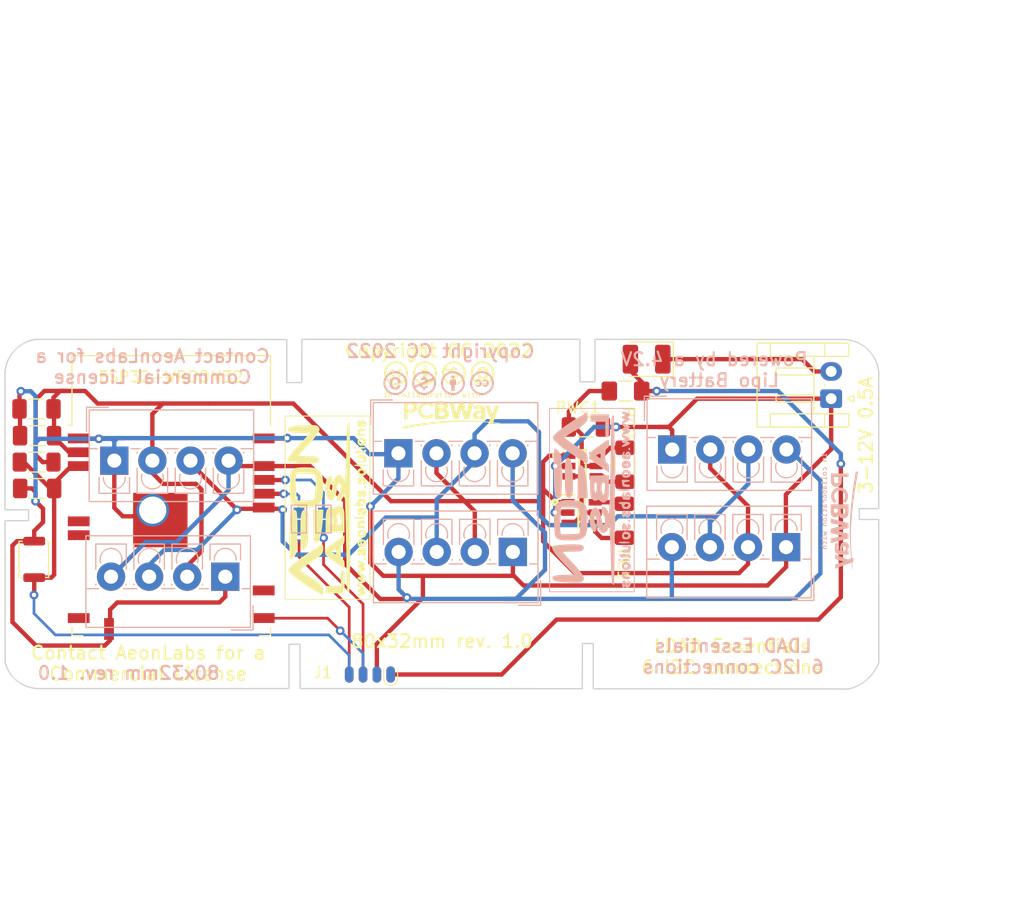
<source format=kicad_pcb>
(kicad_pcb (version 20211014) (generator pcbnew)
  (layers (0 "F.Cu" signal) (31 "B.Cu" signal) (34 "B.Paste" user) (35 "F.Paste" user) (36 "B.SilkS" user "B.Silkscreen") (37 "F.SilkS" user "F.Silkscreen") (38 "B.Mask" user) (39 "F.Mask" user) (44 "Edge.Cuts" user))
  (net 0 "")
  (net 1 "/3V3")
  (net 2 "/GND")
  (net 3 "Net-(D4-Pad1)")
  (net 9 "/RST_EN_RTS")
  (net 26 "/IO0_BOOT_DTR")
  (net 33 "/IO03RX")
  (net 34 "/IO01TX")
  (net 35 "/IO21_IMD")
  (net 37 "/5V0")
  (net 38 "/5V0F")
  (net 39 "Net-(HX4002-Pad4)")
  (net 40 "Net-(HX4002-Pad6)")
  (net 41 "Net-(HX4002B1-Pad4)")
  (net 42 "Net-(HX4002B1-Pad6)")
  (net 43 "/RX_IN")
  (net 44 "/TX_IN")
  (net 47 "/IO22_IMC")
  (footprint "AeonLabs:HX4002 SOT95 P280X125-6N" (layer "F.Cu") (at 161.67 90.89)
    (fp_text reference "HX4002B1" hide)
    (fp_text value "HX4002" hide)
    (pad "1" smd rect (at -1.21 -0.97 90) (size 0.6 1.2) (layers "F.Cu" "F.Paste" "F.Mask") (net 1 "/3V3"))
    (pad "2" smd rect (at -1.21 -0.02 90) (size 0.6 1.2) (layers "F.Cu" "F.Paste" "F.Mask") (net 2 "/GND"))
    (pad "3" smd rect (at -1.21 0.93 90) (size 0.6 1.2) (layers "F.Cu" "F.Paste" "F.Mask") (net 37 "/5V0"))
    (pad "4" smd rect (at 1.29 0.93 90) (size 0.6 1.2) (layers "F.Cu" "F.Paste" "F.Mask") (net 41 "Net-(HX4002B1-Pad4)"))
    (pad "5" smd rect (at 1.29 -0.02 90) (size 0.6 1.2) (layers "F.Cu" "F.Paste" "F.Mask") (net 37 "/5V0"))
    (pad "6" smd rect (at 1.29 -0.97 90) (size 0.6 1.2) (layers "F.Cu" "F.Paste" "F.Mask") (net 42 "Net-(HX4002B1-Pad6)"))
  )
  (footprint "AeonLabs:pcbWay Logo Collab" (layer "F.Cu") (at 148.84 85.76)
    (fp_text reference "G***" hide)
    (fp_text value "LOGO" hide)
  )
  (footprint "Capacitor_SMD:C_1206_3216Metric_Pad1.33x1.80mm_HandSolder" (layer "F.Cu") (at 111.59 92.93)
    (fp_text reference "ESP_EN_C1" hide)
    (fp_text value "0.1uF")
    (pad "1" smd roundrect locked (at -1.5625 0) (size 1.325 1.8) (layers "F.Cu" "F.Paste" "F.Mask") (roundrect_rratio 0.188679) (net 2 "/GND"))
    (pad "2" smd roundrect locked (at 1.5625 0) (size 1.325 1.8) (layers "F.Cu" "F.Paste" "F.Mask") (roundrect_rratio 0.188679) (net 9 "/RST_EN_RTS"))
  )
  (footprint "Capacitor_SMD:C_1206_3216Metric_Pad1.33x1.80mm_HandSolder" (layer "F.Cu") (at 165.56 95.9 -90)
    (fp_text reference "PC1" (at 4.03 0.11 -90 unlocked) (layer "F.SilkS"))
    (fp_text value "0.1pF")
    (pad "1" smd roundrect locked (at -1.5625 0 270) (size 1.325 1.8) (layers "F.Cu" "F.Paste" "F.Mask") (roundrect_rratio 0.188679) (net 40 "Net-(HX4002-Pad6)"))
    (pad "2" smd roundrect locked (at 1.5625 0 270) (size 1.325 1.8) (layers "F.Cu" "F.Paste" "F.Mask") (roundrect_rratio 0.188679) (net 39 "Net-(HX4002-Pad4)"))
  )
  (footprint "Fuse:Fuse_1206_3216Metric_Pad1.42x1.75mm_HandSolder" (layer "F.Cu") (at 165.66 83.98)
    (fp_text reference "Fuse1" hide)
    (fp_text value "Polyfuse")
    (pad "1" smd roundrect locked (at -1.4875 0) (size 1.425 1.75) (layers "F.Cu" "F.Paste" "F.Mask") (roundrect_rratio 0.175439) (net 37 "/5V0"))
    (pad "2" smd roundrect locked (at 1.4875 0) (size 1.425 1.75) (layers "F.Cu" "F.Paste" "F.Mask") (roundrect_rratio 0.175439) (net 38 "/5V0F"))
  )
  (footprint "RF_Module:ESP32-WROOM-32" (layer "F.Cu") (at 123.91 96.59)
    (fp_text reference "ESP32-WROOM32" (at -0.04 -13.91) (layer "F.SilkS"))
    (fp_text value "ESP32-WROOM-32")
    (pad "1" smd rect locked (at -8.5 -8.255) (size 2 0.9) (layers "F.Cu" "F.Paste" "F.Mask") (net 2 "/GND"))
    (pad "2" smd rect locked (at -8.5 -6.985) (size 2 0.9) (layers "F.Cu" "F.Paste" "F.Mask") (net 1 "/3V3"))
    (pad "3" smd rect locked (at -8.5 -5.715) (size 2 0.9) (layers "F.Cu" "F.Paste" "F.Mask") (net 9 "/RST_EN_RTS"))
    (pad "4" smd rect locked (at -8.5 -4.445) (size 0 0) (layers "F.Cu" "F.Paste" "F.Mask"))
    (pad "5" smd rect locked (at -8.5 -3.175) (size 0 0) (layers "F.Cu" "F.Paste" "F.Mask"))
    (pad "6" smd rect locked (at -8.5 -1.905) (size 0 0) (layers "F.Cu" "F.Paste" "F.Mask"))
    (pad "7" smd rect locked (at -8.5 -0.635) (size 2 0.9) (layers "F.Cu" "F.Paste" "F.Mask"))
    (pad "8" smd rect locked (at -8.5 0.635) (size 2 0.9) (layers "F.Cu" "F.Paste" "F.Mask"))
    (pad "9" smd rect locked (at -8.5 1.905) (size 0 0) (layers "F.Cu" "F.Paste" "F.Mask"))
    (pad "10" smd rect locked (at -8.5 3.175) (size 0 0) (layers "F.Cu" "F.Paste" "F.Mask"))
    (pad "11" smd rect locked (at -8.5 4.445) (size 0 0) (layers "F.Cu" "F.Paste" "F.Mask"))
    (pad "12" smd rect locked (at -8.5 5.715) (size 0 0) (layers "F.Cu" "F.Paste" "F.Mask"))
    (pad "13" smd rect locked (at -8.5 6.985) (size 0 0) (layers "F.Cu" "F.Paste" "F.Mask"))
    (pad "14" smd rect locked (at -8.5 8.255) (size 2 0.9) (layers "F.Cu" "F.Paste" "F.Mask"))
    (pad "15" smd rect locked (at -5.715 9.255 90) (size 2 0.9) (layers "F.Cu" "F.Paste" "F.Mask") (net 2 "/GND"))
    (pad "16" smd rect locked (at -4.445 9.255 90) (size 0 0) (layers "F.Cu" "F.Paste" "F.Mask"))
    (pad "17" smd rect locked (at -3.175 9.255 90) (size 0 0) (layers "F.Cu" "F.Paste" "F.Mask"))
    (pad "18" smd rect locked (at -1.905 9.255 90) (size 0 0) (layers "F.Cu" "F.Paste" "F.Mask"))
    (pad "19" smd rect locked (at -0.635 9.255 90) (size 0 0) (layers "F.Cu" "F.Paste" "F.Mask"))
    (pad "20" smd rect locked (at 0.635 9.255 90) (size 0 0) (layers "F.Cu" "F.Paste" "F.Mask"))
    (pad "21" smd rect locked (at 1.905 9.255 90) (size 0 0) (layers "F.Cu" "F.Paste" "F.Mask"))
    (pad "22" smd rect locked (at 3.175 9.255 90) (size 0 0) (layers "F.Cu" "F.Paste" "F.Mask"))
    (pad "23" smd rect locked (at 4.445 9.255 90) (size 0 0) (layers "F.Cu" "F.Paste" "F.Mask"))
    (pad "24" smd rect locked (at 5.715 9.255 90) (size 0 0) (layers "F.Cu" "F.Paste" "F.Mask"))
    (pad "25" smd rect locked (at 8.5 8.255) (size 2 0.9) (layers "F.Cu" "F.Paste" "F.Mask") (net 26 "/IO0_BOOT_DTR"))
    (pad "26" smd rect locked (at 8.5 6.985) (size 0 0) (layers "F.Cu" "F.Paste" "F.Mask"))
    (pad "27" smd rect locked (at 8.5 5.715) (size 2 0.9) (layers "F.Cu" "F.Paste" "F.Mask"))
    (pad "28" smd rect locked (at 8.5 4.445) (size 0 0) (layers "F.Cu" "F.Paste" "F.Mask"))
    (pad "29" smd rect locked (at 8.5 3.175) (size 0 0) (layers "F.Cu" "F.Paste" "F.Mask"))
    (pad "30" smd rect locked (at 8.5 1.905) (size 0 0) (layers "F.Cu" "F.Paste" "F.Mask"))
    (pad "31" smd rect locked (at 8.5 0.635) (size 0 0) (layers "F.Cu" "F.Paste" "F.Mask"))
    (pad "32" smd rect locked (at 8.5 -0.635) (size 0 0) (layers "F.Cu" "F.Paste" "F.Mask"))
    (pad "33" smd rect locked (at 8.5 -1.905) (size 2 0.9) (layers "F.Cu" "F.Paste" "F.Mask") (net 35 "/IO21_IMD"))
    (pad "34" smd rect locked (at 8.5 -3.175) (size 2 0.9) (layers "F.Cu" "F.Paste" "F.Mask") (net 33 "/IO03RX"))
    (pad "35" smd rect locked (at 8.5 -4.445) (size 2 0.9) (layers "F.Cu" "F.Paste" "F.Mask") (net 34 "/IO01TX"))
    (pad "36" smd rect locked (at 8.5 -5.715) (size 2 0.9) (layers "F.Cu" "F.Paste" "F.Mask") (net 47 "/IO22_IMC"))
    (pad "37" smd rect locked (at 8.5 -6.985) (size 0 0) (layers "F.Cu" "F.Paste" "F.Mask"))
    (pad "38" smd rect locked (at 8.5 -8.255) (size 2 0.9) (layers "F.Cu" "F.Paste" "F.Mask") (net 2 "/GND"))
    (pad "39" smd rect locked (at -1 -0.755) (size 5 5) (layers "F.Cu" "F.Paste" "F.Mask") (net 2 "/GND"))
  )
  (footprint "Diode_SMD:D_1210_3225Metric_Pad1.42x2.65mm_HandSolder" (layer "F.Cu") (at 167.5975 81.05 180)
    (fp_text reference "D4" hide)
    (fp_text value "SCHOTSKY")
    (pad "1" smd roundrect locked (at -1.4875 0 180) (size 1.425 2.65) (layers "F.Cu" "F.Paste" "F.Mask") (roundrect_rratio 0.175439) (net 3 "Net-(D4-Pad1)"))
    (pad "2" smd roundrect locked (at 1.4875 0 180) (size 1.425 2.65) (layers "F.Cu" "F.Paste" "F.Mask") (roundrect_rratio 0.175439) (net 38 "/5V0F"))
  )
  (footprint "AeonLabs:SW_Push_SPST_NO_Alps_SKRK AliExpress" (layer "F.Cu") (at 112.14 97.895 -90)
    (fp_text reference "RST1" hide)
    (fp_text value "RST")
    (pad "1" smd roundrect (at -0.12 0.82 270) (size 0.8 2) (layers "F.Cu" "F.Paste" "F.Mask") (net 2 "/GND"))
    (pad "2" smd roundrect (at 3.23 0.82 270) (size 0.8 2) (layers "F.Cu" "F.Paste" "F.Mask") (net 9 "/RST_EN_RTS"))
  )
  (footprint "AeonLabs:aeon creative commons logos" (layer "F.Cu") (at 148.54 82.28)
    (fp_text reference "G***" hide)
    (fp_text value "LOGO" hide)
  )
  (footprint "Capacitor_SMD:C_1206_3216Metric_Pad1.33x1.80mm_HandSolder" (layer "F.Cu") (at 165.62 90.75 -90)
    (fp_text reference "PC2" (at -3.87 -0.34 -90 unlocked) (layer "F.SilkS"))
    (fp_text value "0.1pF")
    (pad "1" smd roundrect locked (at -1.5625 0 270) (size 1.325 1.8) (layers "F.Cu" "F.Paste" "F.Mask") (roundrect_rratio 0.188679) (net 42 "Net-(HX4002B1-Pad6)"))
    (pad "2" smd roundrect locked (at 1.5625 0 270) (size 1.325 1.8) (layers "F.Cu" "F.Paste" "F.Mask") (roundrect_rratio 0.188679) (net 41 "Net-(HX4002B1-Pad4)"))
  )
  (footprint "AeonLabs:Enclosure - alfakdoos leeq 89x43mm" (layer "F.Cu") (at 108.56 111.33)
    (fp_text reference "G***" hide)
    (fp_text value "LOGO" hide)
    (fp_line (start 78.59 -15.55) (end 78.59 -16.5475) (layer "Edge.Cuts") (width 0.12))
    (fp_line (start 25.97 -32.09) (end 2.965 -32.1) (layer "Edge.Cuts") (width 0.12))
    (fp_line (start 0.07 -16.44) (end 0.075 -28.91) (layer "Edge.Cuts") (width 0.12))
    (fp_line (start 54.3 -32.1003) (end 54.3 -28.2003) (layer "Edge.Cuts") (width 0.12))
    (fp_line (start 52.91 -28.2003) (end 52.91 -32.1003) (layer "Edge.Cuts") (width 0.12))
    (fp_line (start 54.14 -4.15) (end 53.14 -4.15) (layer "Edge.Cuts") (width 0.12))
    (fp_line (start 27.18 -4.085) (end 26.17 -4.085) (layer "Edge.Cuts") (width 0.12))
    (fp_line (start 53.14 -4.15) (end 53.13 0) (layer "Edge.Cuts") (width 0.12))
    (fp_line (start 26.17 -4.085) (end 26.17 -0.01) (layer "Edge.Cuts") (width 0.12))
    (fp_line (start 0.09 -2.39) (end 0.08 -15.44) (layer "Edge.Cuts") (width 0.12))
    (fp_line (start 0.07 -16.44) (end 2.24 -16.44) (layer "Edge.Cuts") (width 0.12))
    (fp_line (start 26.17 -0.01) (end 3.15 -0.01) (layer "Edge.Cuts") (width 0.12))
    (fp_line (start 2.24 -16.44) (end 2.24 -15.44) (layer "Edge.Cuts") (width 0.12))
    (fp_line (start 27.2 -0.01) (end 53.13 0) (layer "Edge.Cuts") (width 0.12))
    (fp_line (start 80.37 -16.545) (end 80.37 -29.1203) (layer "Edge.Cuts") (width 0.12))
    (fp_line (start 27.2 -0.01) (end 27.18 -4.085) (layer "Edge.Cuts") (width 0.12))
    (fp_line (start 27.35 -28.13) (end 25.97 -28.13) (layer "Edge.Cuts") (width 0.12))
    (fp_line (start 54.14 0.01) (end 54.14 -4.15) (layer "Edge.Cuts") (width 0.12))
    (fp_line (start 27.36 -32.1) (end 27.35 -28.13) (layer "Edge.Cuts") (width 0.12))
    (fp_line (start 80.37 -15.545) (end 80.38 -2.4) (layer "Edge.Cuts") (width 0.12))
    (fp_line (start 2.24 -15.44) (end 0.08 -15.44) (layer "Edge.Cuts") (width 0.12))
    (fp_line (start 78.59 -16.5475) (end 80.37 -16.545) (layer "Edge.Cuts") (width 0.12))
    (fp_line (start 52.91 -32.1003) (end 27.36 -32.1) (layer "Edge.Cuts") (width 0.12))
    (fp_line (start 25.97 -28.13) (end 25.97 -32.09) (layer "Edge.Cuts") (width 0.12))
    (fp_line (start 54.3 -28.2003) (end 52.91 -28.2003) (layer "Edge.Cuts") (width 0.12))
    (fp_line (start 54.14 0.01) (end 77.58 0.03) (layer "Edge.Cuts") (width 0.12))
    (fp_line (start 80.37 -15.545) (end 78.59 -15.55) (layer "Edge.Cuts") (width 0.12))
    (fp_line (start 54.3 -32.1003) (end 77.13 -32.0903) (layer "Edge.Cuts") (width 0.12))
    (fp_arc (start 80.38 -2.4) (mid 79.286407 -0.831939) (end 77.58 0.03) (layer "Edge.Cuts") (width 0.12))
    (fp_arc (start 0.075 -28.91) (mid 0.920114 -31.04847) (end 2.965 -32.1) (layer "Edge.Cuts") (width 0.12))
    (fp_arc (start 77.13 -32.0903) (mid 79.313475 -31.22) (end 80.37 -29.1203) (layer "Edge.Cuts") (width 0.12))
    (fp_arc (start 3.15 -0.01) (mid 1.222731 -0.689225) (end 0.09 -2.39) (layer "Edge.Cuts") (width 0.12))
  )
  (footprint "AeonLabs:HX4002 SOT95 P280X125-6N" (layer "F.Cu") (at 161.5825 95.17)
    (fp_text reference "HX4002" hide)
    (fp_text value "HX4002" hide)
    (pad "1" smd rect (at -1.21 -0.97 90) (size 0.6 1.2) (layers "F.Cu" "F.Paste" "F.Mask") (net 1 "/3V3"))
    (pad "2" smd rect (at -1.21 -0.02 90) (size 0.6 1.2) (layers "F.Cu" "F.Paste" "F.Mask") (net 2 "/GND"))
    (pad "3" smd rect (at -1.21 0.93 90) (size 0.6 1.2) (layers "F.Cu" "F.Paste" "F.Mask") (net 37 "/5V0"))
    (pad "4" smd rect (at 1.29 0.93 90) (size 0.6 1.2) (layers "F.Cu" "F.Paste" "F.Mask") (net 39 "Net-(HX4002-Pad4)"))
    (pad "5" smd rect (at 1.29 -0.02 90) (size 0.6 1.2) (layers "F.Cu" "F.Paste" "F.Mask") (net 37 "/5V0"))
    (pad "6" smd rect (at 1.29 -0.97 90) (size 0.6 1.2) (layers "F.Cu" "F.Paste" "F.Mask") (net 40 "Net-(HX4002-Pad6)"))
  )
  (footprint "Connector_JST:JST_EH_S2B-EH_1x02_P2.50mm_Horizontal" (layer "F.Cu") (at 184.56 84.68 90)
    (fp_text reference "PWR4V2" hide)
    (fp_text value "PWR4V2")
    (pad "1" thru_hole roundrect locked (at 0 0 90) (size 1.7 2) (drill 1) (layers *.Cu *.Mask) (roundrect_rratio 0.147059) (net 2 "/GND"))
    (pad "2" thru_hole oval locked (at 2.5 0 90) (size 1.7 2) (drill 1) (layers *.Cu *.Mask) (net 3 "Net-(D4-Pad1)"))
  )
  (footprint "Capacitor_SMD:C_1206_3216Metric_Pad1.33x1.80mm_HandSolder" (layer "F.Cu") (at 111.58 88.08 180)
    (fp_text reference "ESPC1" hide)
    (fp_text value "0.1uF")
    (pad "1" smd roundrect locked (at -1.5625 0 180) (size 1.325 1.8) (layers "F.Cu" "F.Paste" "F.Mask") (roundrect_rratio 0.188679) (net 1 "/3V3"))
    (pad "2" smd roundrect locked (at 1.5625 0 180) (size 1.325 1.8) (layers "F.Cu" "F.Paste" "F.Mask") (roundrect_rratio 0.188679) (net 2 "/GND"))
  )
  (footprint "AeonLabs:aeon logo www" (layer "F.Cu") (at 138.23 94.7 90)
    (fp_text reference "G***" hide)
    (fp_text value "LOGO" hide)
  )
  (footprint "Capacitor_SMD:C_1206_3216Metric_Pad1.33x1.80mm_HandSolder" (layer "F.Cu") (at 162.02 87.28)
    (fp_text reference "PWC1" (at -0.72 -1.78) (layer "F.SilkS"))
    (fp_text value "0.1pF")
    (pad "1" smd roundrect locked (at -1.5625 0) (size 1.325 1.8) (layers "F.Cu" "F.Paste" "F.Mask") (roundrect_rratio 0.188679) (net 37 "/5V0"))
    (pad "2" smd roundrect locked (at 1.5625 0) (size 1.325 1.8) (layers "F.Cu" "F.Paste" "F.Mask") (roundrect_rratio 0.188679) (net 2 "/GND"))
  )
  (footprint "Connector:SOIC_clipProgSmall" (layer "F.Cu") (at 142.175 110.78)
    (fp_text reference "J1" (at -4.32 -0.9295) (layer "F.SilkS"))
    (fp_text value "Conn_01x08_Male")
    (pad "" np_thru_hole circle (at -2.54 -1.905) (size 0.7 0.7) (drill 0.7) (layers *.Cu *.Mask))
    (pad "" np_thru_hole circle (at 0 -1.905) (size 0.7 0.7) (drill 0.7) (layers *.Cu *.Mask))
    (pad "" np_thru_hole circle (at -1.27 -1.905) (size 0.7 0.7) (drill 0.7) (layers *.Cu *.Mask))
    (pad "" np_thru_hole circle (at 1.27 -1.905) (size 0.7 0.7) (drill 0.7) (layers *.Cu *.Mask))
    (pad "" np_thru_hole circle (at 2.54 -1.905) (size 0.7 0.7) (drill 0.7) (layers *.Cu *.Mask))
    (pad "1" smd oval (at 1.905 -0.75) (size 0.8 1.5) (layers "F.Cu" "F.Mask") (net 38 "/5V0F"))
    (pad "2" smd oval (at 0.635 -0.75) (size 0.8 1.5) (layers "F.Cu" "F.Mask") (net 2 "/GND"))
    (pad "3" smd oval (at -0.635 -0.75) (size 0.8 1.5) (layers "F.Cu" "F.Mask") (net 43 "/RX_IN"))
    (pad "4" smd oval (at -1.905 -0.75) (size 0.8 1.5) (layers "F.Cu" "F.Mask") (net 44 "/TX_IN"))
    (pad "5" smd oval (at -1.905 -0.75) (size 0.8 1.5) (layers "B.Cu" "B.Mask") (net 9 "/RST_EN_RTS"))
    (pad "6" smd oval (at -0.635 -0.75) (size 0.8 1.5) (layers "B.Cu" "B.Mask") (net 26 "/IO0_BOOT_DTR"))
    (pad "7" smd oval (at 0.635 -0.75) (size 0.8 1.5) (layers "B.Cu" "B.Mask"))
    (pad "8" smd oval (at 1.905 -0.75) (size 0.8 1.5) (layers "B.Cu" "B.Mask"))
  )
  (footprint "Resistor_SMD:R_1206_3216Metric_Pad1.30x1.75mm_HandSolder" (layer "F.Cu") (at 111.54 90.51 180)
    (fp_text reference "ENR1" hide)
    (fp_text value "10k")
    (pad "1" smd roundrect locked (at -1.55 0 180) (size 1.3 1.75) (layers "F.Cu" "F.Paste" "F.Mask") (roundrect_rratio 0.192308) (net 1 "/3V3"))
    (pad "2" smd roundrect locked (at 1.55 0 180) (size 1.3 1.75) (layers "F.Cu" "F.Paste" "F.Mask") (roundrect_rratio 0.192308) (net 9 "/RST_EN_RTS"))
  )
  (footprint "Capacitor_SMD:C_1206_3216Metric_Pad1.33x1.80mm_HandSolder" (layer "F.Cu") (at 111.53 85.62 180)
    (fp_text reference "ESPC2" hide)
    (fp_text value "22uF")
    (pad "1" smd roundrect locked (at -1.5625 0 180) (size 1.325 1.8) (layers "F.Cu" "F.Paste" "F.Mask") (roundrect_rratio 0.188679) (net 1 "/3V3"))
    (pad "2" smd roundrect locked (at 1.5625 0 180) (size 1.325 1.8) (layers "F.Cu" "F.Paste" "F.Mask") (roundrect_rratio 0.188679) (net 2 "/GND"))
  )
  (footprint "TestPoint:TestPoint_Pad_Bridge_1.0x1.0mm" (layer "B.Cu") (at 137.9 96.32 90)
    (fp_text reference "RX1" hide)
    (fp_text value "RX1")
    (pad "1" smd rect (at 0 0 90) (size 1 1) (layers "B.Cu" "B.Mask") (net 43 "/RX_IN"))
    (pad "2" smd rect (at 1.12 0 90) (size 1 1) (layers "B.Cu" "B.Mask") (net 34 "/IO01TX"))
  )
  (footprint "AeonLabs:pcbWay Logo Collab" (layer "B.Cu") (at 185.35 95.08 -90)
    (fp_text reference "G***" hide)
    (fp_text value "LOGO" hide)
  )
  (footprint "TerminalBlock_4Ucon:TerminalBlock_4Ucon_1x04_P3.50mm_Vertical" (layer "B.Cu") (at 180.42 98.325 180)
    (fp_text reference "I2C4" hide)
    (fp_text value "I2C4")
    (pad "1" thru_hole rect locked (at 0 0 180) (size 2.6 2.6) (drill 1.3) (layers *.Cu *.Mask) (net 2 "/GND"))
    (pad "2" thru_hole circle locked (at 3.5 0 180) (size 2.6 2.6) (drill 1.3) (layers *.Cu *.Mask) (net 1 "/3V3"))
    (pad "3" thru_hole circle locked (at 7 0 180) (size 2.6 2.6) (drill 1.3) (layers *.Cu *.Mask) (net 35 "/IO21_IMD"))
    (pad "4" thru_hole circle locked (at 10.5 0 180) (size 2.6 2.6) (drill 1.3) (layers *.Cu *.Mask) (net 47 "/IO22_IMC"))
  )
  (footprint "AeonLabs:aeon creative commons logos" (layer "B.Cu") (at 148.500201 83.198532 180)
    (fp_text reference "G***" hide)
    (fp_text value "LOGO" hide)
  )
  (footprint "TerminalBlock_4Ucon:TerminalBlock_4Ucon_1x04_P3.50mm_Vertical" (layer "B.Cu") (at 118.68 90.375)
    (fp_text reference "I2C5" hide)
    (fp_text value "I2C5")
    (pad "1" thru_hole rect locked (at 0 0) (size 2.6 2.6) (drill 1.3) (layers *.Cu *.Mask) (net 2 "/GND"))
    (pad "2" thru_hole circle locked (at 3.5 0) (size 2.6 2.6) (drill 1.3) (layers *.Cu *.Mask) (net 1 "/3V3"))
    (pad "3" thru_hole circle locked (at 7 0) (size 2.6 2.6) (drill 1.3) (layers *.Cu *.Mask) (net 35 "/IO21_IMD"))
    (pad "4" thru_hole circle locked (at 10.5 0) (size 2.6 2.6) (drill 1.3) (layers *.Cu *.Mask) (net 47 "/IO22_IMC"))
  )
  (footprint "TerminalBlock_4Ucon:TerminalBlock_4Ucon_1x04_P3.50mm_Vertical" (layer "B.Cu") (at 128.88 101.04 180)
    (fp_text reference "I2C6" hide)
    (fp_text value "I2C6")
    (pad "1" thru_hole rect locked (at 0 0 180) (size 2.6 2.6) (drill 1.3) (layers *.Cu *.Mask) (net 2 "/GND"))
    (pad "2" thru_hole circle locked (at 3.5 0 180) (size 2.6 2.6) (drill 1.3) (layers *.Cu *.Mask) (net 1 "/3V3"))
    (pad "3" thru_hole circle locked (at 7 0 180) (size 2.6 2.6) (drill 1.3) (layers *.Cu *.Mask) (net 35 "/IO21_IMD"))
    (pad "4" thru_hole circle locked (at 10.5 0 180) (size 2.6 2.6) (drill 1.3) (layers *.Cu *.Mask) (net 47 "/IO22_IMC"))
  )
  (footprint "AeonLabs:aeon logo www" (layer "B.Cu") (at 162.53 94 -90)
    (fp_text reference "G***" hide)
    (fp_text value "LOGO" hide)
  )
  (footprint "TerminalBlock_4Ucon:TerminalBlock_4Ucon_1x04_P3.50mm_Vertical" (layer "B.Cu") (at 155.31 98.765 180)
    (fp_text reference "I2C1" hide)
    (fp_text value "I2C1")
    (pad "1" thru_hole rect locked (at 0 0 180) (size 2.6 2.6) (drill 1.3) (layers *.Cu *.Mask) (net 2 "/GND"))
    (pad "2" thru_hole circle locked (at 3.5 0 180) (size 2.6 2.6) (drill 1.3) (layers *.Cu *.Mask) (net 1 "/3V3"))
    (pad "3" thru_hole circle locked (at 7 0 180) (size 2.6 2.6) (drill 1.3) (layers *.Cu *.Mask) (net 35 "/IO21_IMD"))
    (pad "4" thru_hole circle locked (at 10.5 0 180) (size 2.6 2.6) (drill 1.3) (layers *.Cu *.Mask) (net 47 "/IO22_IMC"))
  )
  (footprint "TerminalBlock_4Ucon:TerminalBlock_4Ucon_1x04_P3.50mm_Vertical" (layer "B.Cu") (at 144.79 89.7)
    (fp_text reference "I2C2" hide)
    (fp_text value "I2C2")
    (pad "1" thru_hole rect locked (at 0 0) (size 2.6 2.6) (drill 1.3) (layers *.Cu *.Mask) (net 2 "/GND"))
    (pad "2" thru_hole circle locked (at 3.5 0) (size 2.6 2.6) (drill 1.3) (layers *.Cu *.Mask) (net 1 "/3V3"))
    (pad "3" thru_hole circle locked (at 7 0) (size 2.6 2.6) (drill 1.3) (layers *.Cu *.Mask) (net 35 "/IO21_IMD"))
    (pad "4" thru_hole circle locked (at 10.5 0) (size 2.6 2.6) (drill 1.3) (layers *.Cu *.Mask) (net 47 "/IO22_IMC"))
  )
  (footprint "TerminalBlock_4Ucon:TerminalBlock_4Ucon_1x04_P3.50mm_Vertical" (layer "B.Cu") (at 169.95 89.35)
    (fp_text reference "I2C3" hide)
    (fp_text value "I2C3")
    (pad "1" thru_hole rect locked (at 0 0) (size 2.6 2.6) (drill 1.3) (layers *.Cu *.Mask) (net 2 "/GND"))
    (pad "2" thru_hole circle locked (at 3.5 0) (size 2.6 2.6) (drill 1.3) (layers *.Cu *.Mask) (net 1 "/3V3"))
    (pad "3" thru_hole circle locked (at 7 0) (size 2.6 2.6) (drill 1.3) (layers *.Cu *.Mask) (net 35 "/IO21_IMD"))
    (pad "4" thru_hole circle locked (at 10.5 0) (size 2.6 2.6) (drill 1.3) (layers *.Cu *.Mask) (net 47 "/IO22_IMC"))
  )
  (footprint "TestPoint:TestPoint_Pad_Bridge_1.0x1.0mm" (layer "B.Cu") (at 135.65 96.31 90)
    (fp_text reference "TX1" hide)
    (fp_text value "TX1")
    (pad "1" smd rect (at 0 0 90) (size 1 1) (layers "B.Cu" "B.Mask") (net 44 "/TX_IN"))
    (pad "2" smd rect (at 1.12 0 90) (size 1 1) (layers "B.Cu" "B.Mask") (net 33 "/IO03RX"))
  )
  (gr_text "Contact AeonLabs for a\nCommercial License" (at 122.19 81.73) (layer "B.SilkS") (effects (font (size 1.2 1.2) (thickness 0.2)) (justify mirror)))
  (gr_text "Powered by a 4.2V\nLipo Battery " (at 173.82 82.03) (layer "B.SilkS") (effects (font (size 1.2 1.2) (thickness 0.2)) (justify mirror)))
  (gr_text "LDAD Essentials\n6 I2C connections" (at 175.56 108.36) (layer "B.SilkS") (effects (font (size 1.2 1.2) (thickness 0.2)) (justify mirror)))
  (gr_text "80x32mm rev. 1.0" (at 120 109.89) (layer "B.SilkS") (effects (font (size 1.2 1.2) (thickness 0.2)) (justify mirror)))
  (gr_text "Copyright CC 2022" (at 148.67 80.31) (layer "B.SilkS") (effects (font (size 1.2 1.2) (thickness 0.2)) (justify mirror)))
  (gr_text "Contact AeonLabs for a\nCommercial License" (at 121.8 109) (layer "F.SilkS") (effects (font (size 1.2 1.2) (thickness 0.2))))
  (gr_text "3-12V 0.5A" (at 187.74 88.03 90) (layer "F.SilkS") (effects (font (size 1.2 1.2) (thickness 0.2))))
  (gr_text "Copyright CC 2022" (at 148.49 80.28) (layer "F.SilkS") (effects (font (size 1.2 1.2) (thickness 0.2))))
  (gr_text "80x32mm rev. 1.0" (at 148.79 106.97) (layer "F.SilkS") (effects (font (size 1.2 1.2) (thickness 0.2))))
  (gr_text "LDAD Essentials\n6 I2C connections" (at 175.46 108.39) (layer "F.SilkS") (effects (font (size 1.2 1.2) (thickness 0.2))))
  (segment (start 114.26 83.97) (end 112.26 83.97) (width 0.4) (layer "F.Cu") (net 1))
  (segment (start 159.31 94.2) (end 158.09 92.98) (width 0.4) (layer "F.Cu") (net 1))
  (segment (start 158.09 94.1) (end 151.78 94.1) (width 0.4) (layer "F.Cu") (net 1))
  (segment (start 122.18 90.375) (end 122.18 91.51) (width 0.4) (layer "F.Cu") (net 1))
  (segment (start 148.29 91.52) (end 150.77 94) (width 0.4) (layer "F.Cu") (net 1))
  (segment (start 127.405 85.125) (end 123.145 85.125) (width 0.4) (layer "F.Cu") (net 1))
  (segment (start 150.87 94.1) (end 150.77 94) (width 0.4) (layer "F.Cu") (net 1))
  (segment (start 122.18 91.51) (end 123.18 92.51) (width 0.4) (layer "F.Cu") (net 1))
  (segment (start 112.26 83.97) (end 111.45 84.78) (width 0.4) (layer "F.Cu") (net 1))
  (segment (start 112.1 90.51) (end 113.09 90.51) (width 0.4) (layer "F.Cu") (net 1))
  (segment (start 148.29 89.7) (end 148.29 91.52) (width 0.4) (layer "F.Cu") (net 1))
  (segment (start 161.01 100.71) (end 158.09 97.79) (width 0.4) (layer "F.Cu") (net 1))
  (segment (start 176.92 94.55) (end 176.92 98.325) (width 0.4) (layer "F.Cu") (net 1))
  (segment (start 114.26 83.97) (end 115.99 83.97) (width 0.4) (layer "F.Cu") (net 1))
  (segment (start 126.69 93.02) (end 126.69 98.73) (width 0.4) (layer "F.Cu") (net 1))
  (segment (start 158.09 97.79) (end 158.09 94.1) (width 0.4) (layer "F.Cu") (net 1))
  (segment (start 122.18 90.375) (end 122.18 86.09) (width 0.4) (layer "F.Cu") (net 1))
  (segment (start 123.145 85.125) (end 117.145 85.125) (width 0.4) (layer "F.Cu") (net 1))
  (segment (start 113.7 83.97) (end 114.26 83.97) (width 0.4) (layer "F.Cu") (net 1))
  (segment (start 125.73 92.51) (end 126.18 92.51) (width 0.4) (layer "F.Cu") (net 1))
  (segment (start 173.45 89.35) (end 173.45 91.08) (width 0.4) (layer "F.Cu") (net 1))
  (segment (start 113.1425 85.67) (end 113.0925 85.62) (width 0.4) (layer "F.Cu") (net 1))
  (segment (start 158.09 93.14) (end 158.09 92.98) (width 0.4) (layer "F.Cu") (net 1))
  (segment (start 151.81 95.04) (end 151.81 98.765) (width 0.4) (layer "F.Cu") (net 1))
  (segment (start 151.78 94.1) (end 150.87 94.1) (width 0.4) (layer "F.Cu") (net 1))
  (segment (start 176.92 99.88) (end 176.09 100.71) (width 0.4) (layer "F.Cu") (net 1))
  (segment (start 173.45 91.08) (end 176.92 94.55) (width 0.4) (layer "F.Cu") (net 1))
  (segment (start 176.09 100.71) (end 161.01 100.71) (width 0.4) (layer "F.Cu") (net 1))
  (segment (start 160.3725 94.2) (end 159.31 94.2) (width 0.4) (layer "F.Cu") (net 1))
  (segment (start 150.77 94) (end 151.81 95.04) (width 0.4) (layer "F.Cu") (net 1))
  (segment (start 113.09 85.6225) (end 113.0925 85.62) (width 0.4) (layer "F.Cu") (net 1))
  (segment (start 125.64 100.36) (end 125.64 99.78) (width 0.4) (layer "F.Cu") (net 1))
  (segment (start 111.45 89.86) (end 112.1 90.51) (width 0.4) (layer "F.Cu") (net 1))
  (segment (start 158.09 92.98) (end 158.09 90.49) (width 0.4) (layer "F.Cu") (net 1))
  (segment (start 122.18 86.09) (end 123.145 85.125) (width 0.4) (layer "F.Cu") (net 1))
  (segment (start 114.545 89.615) (end 115.51 89.615) (width 0.4) (layer "F.Cu") (net 1))
  (segment (start 158.09 93.14) (end 158.09 94.1) (width 0.4) (layer "F.Cu") (net 1))
  (segment (start 158.09 90.49) (end 158.66 89.92) (width 0.4) (layer "F.Cu") (net 1))
  (segment (start 117.145 85.125) (end 115.99 83.97) (width 0.4) (layer "F.Cu") (net 1))
  (segment (start 113.1425 88.08) (end 113.1425 85.67) (width 0.4) (layer "F.Cu") (net 1))
  (segment (start 123.18 92.51) (end 125.73 92.51) (width 0.4) (layer "F.Cu") (net 1))
  (segment (start 113.0925 84.5775) (end 113.7 83.97) (width 0.4) (layer "F.Cu") (net 1))
  (segment (start 126.18 92.51) (end 126.69 93.02) (width 0.4) (layer "F.Cu") (net 1))
  (segment (start 111.45 84.78) (end 111.45 89.86) (width 0.4) (layer "F.Cu") (net 1))
  (segment (start 125.64 99.78) (end 126.69 98.73) (width 0.4) (layer "F.Cu") (net 1))
  (segment (start 151.78 94.1) (end 144.11 94.1) (width 0.4) (layer "F.Cu") (net 1))
  (segment (start 113.0925 85.62) (end 113.0925 84.5775) (width 0.4) (layer "F.Cu") (net 1))
  (segment (start 113.1425 88.08) (end 113.1425 88.2125) (width 0.4) (layer "F.Cu") (net 1))
  (segment (start 144.11 94.1) (end 135.135 85.125) (width 0.4) (layer "F.Cu") (net 1))
  (segment (start 176.92 98.325) (end 176.92 99.88) (width 0.4) (layer "F.Cu") (net 1))
  (segment (start 158.66 89.92) (end 160.46 89.92) (width 0.4) (layer "F.Cu") (net 1))
  (segment (start 135.135 85.125) (end 127.405 85.125) (width 0.4) (layer "F.Cu") (net 1))
  (segment (start 113.1425 88.2125) (end 114.545 89.615) (width 0.4) (layer "F.Cu") (net 1))
  (segment (start 159.2 90.87) (end 159.12 90.87) (width 0.4) (layer "F.Cu") (net 2))
  (segment (start 119.46 95.49) (end 122.72 95.49) (width 0.4) (layer "F.Cu") (net 2))
  (segment (start 178.71 101.85) (end 156.29 101.85) (width 0.4) (layer "F.Cu") (net 2))
  (segment (start 168.71 87.28) (end 169.65 87.28) (width 0.4) (layer "F.Cu") (net 2))
  (segment (start 163.5825 87.28) (end 167.18 87.28) (width 0.4) (layer "F.Cu") (net 2))
  (segment (start 155.31 100.87) (end 155.4 100.96) (width 0.4) (layer "F.Cu") (net 2))
  (segment (start 184.56 89.33) (end 180.4 93.49) (width 0.4) (layer "F.Cu") (net 2))
  (segment (start 169.64 87.28) (end 172.24 84.68) (width 0.4) (layer "F.Cu") (net 2))
  (segment (start 112.13 94.79) (end 112.13 96.03) (width 0.4) (layer "F.Cu") (net 2))
  (segment (start 142.81 107.21) (end 147.04 102.98) (width 0.4) (layer "F.Cu") (net 2))
  (segment (start 169.65 87.28) (end 169.95 87.58) (width 0.4) (layer "F.Cu") (net 2))
  (segment (start 143.4 100.96) (end 147.04 100.96) (width 0.4) (layer "F.Cu") (net 2))
  (segment (start 160.3725 95.15) (end 159.01 95.15) (width 0.4) (layer "F.Cu") (net 2))
  (segment (start 155.31 98.765) (end 155.31 100.87) (width 0.4) (layer "F.Cu") (net 2))
  (segment (start 118.295 104.065) (end 118.295 105.855) (width 0.4) (layer "F.Cu") (net 2))
  (segment (start 118.68 94.71) (end 119.46 95.49) (width 0.4) (layer "F.Cu") (net 2))
  (segment (start 147.04 100.96) (end 155.4 100.96) (width 0.4) (layer "F.Cu") (net 2))
  (segment (start 109.735 97.775) (end 111.32 97.775) (width 0.4) (layer "F.Cu") (net 2))
  (segment (start 168.71 87.28) (end 169.64 87.28) (width 0.4) (layer "F.Cu") (net 2))
  (segment (start 184.56 84.68) (end 184.56 89.33) (width 0.4) (layer "F.Cu") (net 2))
  (segment (start 118.95 103.41) (end 118.295 104.065) (width 0.4) (layer "F.Cu") (net 2))
  (segment (start 167.18 87.28) (end 168.71 87.28) (width 0.4) (layer "F.Cu") (net 2))
  (segment (start 109.9675 85.62) (end 109.9675 84.1225) (width 0.4) (layer "F.Cu") (net 2))
  (segment (start 180.42 100.14) (end 178.71 101.85) (width 0.4) (layer "F.Cu") (net 2))
  (segment (start 112.13 96.03) (end 111.32 96.84) (width 0.4) (layer "F.Cu") (net 2))
  (segment (start 128.88 101.04) (end 128.88 102.87) (width 0.4) (layer "F.Cu") (net 2))
  (segment (start 142.22 99.36) (end 142.22 94.58) (width 0.4) (layer "F.Cu") (net 2))
  (segment (start 111.44 94.1) (end 112.13 94.79) (width 0.4) (layer "F.Cu") (net 2))
  (segment (start 109.9675 84.1225) (end 110.09 84) (width 0.4) (layer "F.Cu") (net 2))
  (segment (start 134.535 88.345) (end 134.575 88.305) (width 0.4) (layer "F.Cu") (net 2))
  (segment (start 110.0275 92.93) (end 111.11 92.93) (width 0.4) (layer "F.Cu") (net 2))
  (segment (start 110.0175 85.67) (end 109.9675 85.62) (width 0.4) (layer "F.Cu") (net 2))
  (segment (start 115.51 88.345) (end 117.145 88.345) (width 0.4) (layer "F.Cu") (net 2))
  (segment (start 169.95 87.58) (end 169.95 89.35) (width 0.4) (layer "F.Cu") (net 2))
  (segment (start 160.46 90.87) (end 159.2 90.87) (width 0.4) (layer "F.Cu") (net 2))
  (segment (start 142.22 99.78) (end 143.4 100.96) (width 0.4) (layer "F.Cu") (net 2))
  (segment (start 159.01 95.15) (end 158.98 95.18) (width 0.4) (layer "F.Cu") (net 2))
  (segment (start 111.44 93.26) (end 111.44 94.1) (width 0.4) (layer "F.Cu") (net 2))
  (segment (start 111.11 92.93) (end 111.44 93.26) (width 0.4) (layer "F.Cu") (net 2))
  (segment (start 118.295 105.855) (end 118.295 106.885) (width 0.4) (layer "F.Cu") (net 2))
  (segment (start 147.04 102.98) (end 147.04 100.96) (width 0.4) (layer "F.Cu") (net 2))
  (segment (start 118.295 106.885) (end 117.81 107.37) (width 0.4) (layer "F.Cu") (net 2))
  (segment (start 111.48 107.37) (end 109.32 105.21) (width 0.4) (layer "F.Cu") (net 2))
  (segment (start 128.88 102.87) (end 128.34 103.41) (width 0.4) (layer "F.Cu") (net 2))
  (segment (start 159.12 90.87) (end 159.11 90.88) (width 0.4) (layer "F.Cu") (net 2))
  (segment (start 110.0175 88.08) (end 110.0175 85.67) (width 0.4) (layer "F.Cu") (net 2))
  (segment (start 180.4 98.305) (end 180.42 98.325) (width 0.4) (layer "F.Cu") (net 2))
  (segment (start 118.68 90.375) (end 118.68 94.71) (width 0.4) (layer "F.Cu") (net 2))
  (segment (start 132.51 88.345) (end 134.535 88.345) (width 0.4) (layer "F.Cu") (net 2))
  (segment (start 128.34 103.41) (end 118.95 103.41) (width 0.4) (layer "F.Cu") (net 2))
  (segment (start 142.81 110.03) (end 142.81 107.21) (width 0.4) (layer "F.Cu") (net 2))
  (segment (start 109.32 105.21) (end 109.32 98.19) (width 0.4) (layer "F.Cu") (net 2))
  (segment (start 180.4 93.49) (end 180.4 98.305) (width 0.4) (layer "F.Cu") (net 2))
  (segment (start 111.32 96.84) (end 111.32 97.775) (width 0.4) (layer "F.Cu") (net 2))
  (segment (start 180.42 98.325) (end 180.42 100.14) (width 0.4) (layer "F.Cu") (net 2))
  (segment (start 156.29 101.85) (end 155.4 100.96) (width 0.4) (layer "F.Cu") (net 2))
  (segment (start 109.32 98.19) (end 109.735 97.775) (width 0.4) (layer "F.Cu") (net 2))
  (segment (start 142.22 99.36) (end 142.22 99.78) (width 0.4) (layer "F.Cu") (net 2))
  (segment (start 184.56 84.68) (end 172.24 84.68) (width 0.4) (layer "F.Cu") (net 2))
  (segment (start 117.81 107.37) (end 111.48 107.37) (width 0.4) (layer "F.Cu") (net 2))
  (via (at 159.2 90.87) (size 0.8) (drill 0.4) (layers "F.Cu" "B.Cu") (net 2))
  (via (at 122.21 94.93) (size 3) (drill 2.5) (layers "F.Cu" "B.Cu") (net 2))
  (via (at 110.09 84) (size 0.8) (drill 0.4) (layers "F.Cu" "B.Cu") (net 2))
  (via (at 117.26 88.37) (size 0.8) (drill 0.4) (layers "F.Cu" "B.Cu") (net 2))
  (via (at 134.575 88.305) (size 0.8) (drill 0.4) (layers "F.Cu" "B.Cu") (net 2))
  (via (at 142.22 94.58) (size 0.8) (drill 0.4) (layers "F.Cu" "B.Cu") (net 2))
  (via (at 164.79 87.28) (size 0.8) (drill 0.4) (layers "F.Cu" "B.Cu") (net 2))
  (via (at 159.17 95.14) (size 0.8) (drill 0.4) (layers "F.Cu" "B.Cu") (net 2))
  (via (at 111.44 94.1) (size 0.8) (drill 0.4) (layers "F.Cu" "B.Cu") (net 2))
  (segment (start 111.44 89.07) (end 111.44 84.44) (width 0.4) (layer "B.Cu") (net 2))
  (segment (start 118.46 88.37) (end 118.68 88.59) (width 0.4) (layer "B.Cu") (net 2))
  (segment (start 117.26 88.37) (end 118 88.37) (width 0.4) (layer "B.Cu") (net 2))
  (segment (start 111.44 94.1) (end 111.44 89.07) (width 0.4) (layer "B.Cu") (net 2))
  (segment (start 140.665 88.305) (end 142.14 89.78) (width 0.4) (layer "B.Cu") (net 2))
  (segment (start 118.68 88.59) (end 118.68 90.375) (width 0.4) (layer "B.Cu") (net 2))
  (segment (start 142.14 89.78) (end 144.71 89.78) (width 0.4) (layer "B.Cu") (net 2))
  (segment (start 162.79 87.28) (end 164.79 87.28) (width 0.4) (layer "B.Cu") (net 2))
  (segment (start 139.205 88.305) (end 140.405 88.305) (width 0.4) (layer "B.Cu") (net 2))
  (segment (start 144.79 89.7) (end 144.79 92.01) (width 0.4) (layer "B.Cu") (net 2))
  (segment (start 119.575 88.305) (end 118.965 88.305) (width 0.4) (layer "B.Cu") (net 2))
  (segment (start 134.575 88.305) (end 119.575 88.305) (width 0.4) (layer "B.Cu") (net 2))
  (segment (start 159.2 90.87) (end 162.79 87.28) (width 0.4) (layer "B.Cu") (net 2))
  (segment (start 144.71 89.78) (end 144.79 89.7) (width 0.4) (layer "B.Cu") (net 2))
  (segment (start 118.965 88.305) (end 118.68 88.59) (width 0.4) (layer "B.Cu") (net 2))
  (segment (start 119.575 88.305) (end 117.325 88.305) (width 0.4) (layer "B.Cu") (net 2))
  (segment (start 118 88.37) (end 118.9 88.37) (width 0.4) (layer "B.Cu") (net 2))
  (segment (start 159.2 94.96) (end 158.98 95.18) (width 0.4) (layer "B.Cu") (net 2))
  (segment (start 144.79 92.01) (end 142.22 94.58) (width 0.4) (layer "B.Cu") (net 2))
  (segment (start 111.44 84.44) (end 111 84) (width 0.4) (layer "B.Cu") (net 2))
  (segment (start 111.81 88.37) (end 117.26 88.37) (width 0.4) (layer "B.Cu") (net 2))
  (segment (start 111 84) (end 110.09 84) (width 0.4) (layer "B.Cu") (net 2))
  (segment (start 111.44 89.07) (end 111.44 88.74) (width 0.4) (layer "B.Cu") (net 2))
  (segment (start 117.325 88.305) (end 117.26 88.37) (width 0.4) (layer "B.Cu") (net 2))
  (segment (start 118.9 88.37) (end 118.965 88.305) (width 0.4) (layer "B.Cu") (net 2))
  (segment (start 139.205 88.305) (end 140.665 88.305) (width 0.4) (layer "B.Cu") (net 2))
  (segment (start 159.2 93.37) (end 159.2 94.96) (width 0.4) (layer "B.Cu") (net 2))
  (segment (start 134.575 88.305) (end 139.205 88.305) (width 0.4) (layer "B.Cu") (net 2))
  (segment (start 118 88.37) (end 118.46 88.37) (width 0.4) (layer "B.Cu") (net 2))
  (segment (start 159.2 90.87) (end 159.2 93.37) (width 0.4) (layer "B.Cu") (net 2))
  (segment (start 111.44 88.74) (end 111.81 88.37) (width 0.4) (layer "B.Cu") (net 2))
  (segment (start 169.085 81.05) (end 181.89 81.05) (width 0.4) (layer "F.Cu") (net 3))
  (segment (start 181.89 81.05) (end 183.02 82.18) (width 0.4) (layer "F.Cu") (net 3))
  (segment (start 183.02 82.18) (end 184.56 82.18) (width 0.4) (layer "F.Cu") (net 3))
  (segment (start 114.715 90.885) (end 113.1525 92.4475) (width 0.4) (layer "F.Cu") (net 9))
  (segment (start 113.1525 92.93) (end 113.1525 100.8575) (width 0.4) (layer "F.Cu") (net 9))
  (segment (start 111.32 101.125) (end 111.32 102.58) (width 0.4) (layer "F.Cu") (net 9))
  (segment (start 113.1525 100.8575) (end 112.885 101.125) (width 0.4) (layer "F.Cu") (net 9))
  (segment (start 110.38 90.51) (end 109.99 90.51) (width 0.4) (layer "F.Cu") (net 9))
  (segment (start 113.1525 92.4475) (end 113.1525 92.93) (width 0.4) (layer "F.Cu") (net 9))
  (segment (start 112.8 92.93) (end 110.38 90.51) (width 0.4) (layer "F.Cu") (net 9))
  (segment (start 115.51 90.885) (end 114.715 90.885) (width 0.4) (layer "F.Cu") (net 9))
  (segment (start 111.32 101.125) (end 112.885 101.125) (width 0.4) (layer "F.Cu") (net 9))
  (segment (start 113.1525 92.93) (end 112.8 92.93) (width 0.4) (layer "F.Cu") (net 9))
  (via (at 111.3 102.72) (size 0.8) (drill 0.4) (layers "F.Cu" "B.Cu") (net 9))
  (segment (start 113.27 106.39) (end 111.3 104.42) (width 0.25) (layer "B.Cu") (net 9))
  (segment (start 140.27 110.03) (end 140.27 108.27) (width 0.25) (layer "B.Cu") (net 9))
  (segment (start 140.27 108.27) (end 138.39 106.39) (width 0.25) (layer "B.Cu") (net 9))
  (segment (start 138.39 106.39) (end 113.27 106.39) (width 0.25) (layer "B.Cu") (net 9))
  (segment (start 111.3 104.42) (end 111.3 102.72) (width 0.25) (layer "B.Cu") (net 9))
  (segment (start 132.51 104.855) (end 138.285 104.855) (width 0.25) (layer "F.Cu") (net 26))
  (segment (start 138.285 104.855) (end 139.44 106.01) (width 0.25) (layer "F.Cu") (net 26))
  (via (at 139.44 106.01) (size 0.8) (drill 0.4) (layers "F.Cu" "B.Cu") (net 26))
  (segment (start 141.54 108.09) (end 139.56 106.11) (width 0.25) (layer "B.Cu") (net 26))
  (segment (start 141.54 110.03) (end 141.54 108.09) (width 0.25) (layer "B.Cu") (net 26))
  (segment (start 132.51 93.425) (end 134.255 93.425) (width 0.4) (layer "F.Cu") (net 33))
  (via (at 134.255 93.425) (size 0.8) (drill 0.4) (layers "F.Cu" "B.Cu") (net 33))
  (segment (start 135.425 93.425) (end 134.255 93.425) (width 0.25) (layer "B.Cu") (net 33))
  (segment (start 135.65 93.65) (end 135.425 93.425) (width 0.25) (layer "B.Cu") (net 33))
  (segment (start 135.65 95.19) (end 135.65 93.65) (width 0.25) (layer "B.Cu") (net 33))
  (segment (start 132.51 92.155) (end 134.395 92.155) (width 0.4) (layer "F.Cu") (net 34))
  (via (at 134.395 92.155) (size 0.8) (drill 0.4) (layers "F.Cu" "B.Cu") (net 34))
  (segment (start 136.745 92.155) (end 134.395 92.155) (width 0.25) (layer "B.Cu") (net 34))
  (segment (start 137.9 93.31) (end 136.745 92.155) (width 0.25) (layer "B.Cu") (net 34))
  (segment (start 137.9 95.2) (end 137.9 93.31) (width 0.25) (layer "B.Cu") (net 34))
  (segment (start 129.88 94.8) (end 134.07 94.8) (width 0.4) (layer "F.Cu") (net 35))
  (segment (start 134.07 94.8) (end 134.15 94.88) (width 0.4) (layer "F.Cu") (net 35))
  (segment (start 125.68 90.375) (end 125.68 90.6) (width 0.4) (layer "F.Cu") (net 35))
  (segment (start 125.68 90.6) (end 129.88 94.8) (width 0.4) (layer "F.Cu") (net 35))
  (via (at 129.955 94.895) (size 0.8) (drill 0.4) (layers "F.Cu" "B.Cu") (net 35))
  (via (at 134.15 94.88) (size 0.8) (drill 0.4) (layers "F.Cu" "B.Cu") (net 35))
  (segment (start 176.95 92.51) (end 173.965 95.495) (width 0.4) (layer "B.Cu") (net 35))
  (segment (start 173.095 95.495) (end 169.935 95.495) (width 0.4) (layer "B.Cu") (net 35))
  (segment (start 142.31 96.92) (end 142.025 97.205) (width 0.4) (layer "B.Cu") (net 35))
  (segment (start 121.88 101.04) (end 121.88 99.97) (width 0.4) (layer "B.Cu") (net 35))
  (segment (start 169.935 95.495) (end 169.555 95.495) (width 0.4) (layer "B.Cu") (net 35))
  (segment (start 151.79 89.7) (end 151.79 87.94) (width 0.4) (layer "B.Cu") (net 35))
  (segment (start 173.42 96.4) (end 173.42 98.325) (width 0.4) (layer "B.Cu") (net 35))
  (segment (start 176.95 89.35) (end 176.95 92.51) (width 0.4) (layer "B.Cu") (net 35))
  (segment (start 134.15 97.79) (end 134.15 94.88) (width 0.4) (layer "B.Cu") (net 35))
  (segment (start 140.21 99.02) (end 135.38 99.02) (width 0.4) (layer "B.Cu") (net 35))
  (segment (start 173.42 96.04) (end 173.42 96.4) (width 0.4) (layer "B.Cu") (net 35))
  (segment (start 143.63 95.6) (end 148.31 95.6) (width 0.4) (layer "B.Cu") (net 35))
  (segment (start 173.42 95.82) (end 173.095 95.495) (width 0.4) (layer "B.Cu") (net 35))
  (segment (start 173.965 95.495) (end 173.095 95.495) (width 0.4) (layer "B.Cu") (net 35))
  (segment (start 123.27 98.58) (end 126.27 98.58) (width 0.4) (layer "B.Cu") (net 35))
  (segment (start 164.15 96.3) (end 164.955 95.495) (width 0.4) (layer "B.Cu") (net 35))
  (segment (start 151.79 90.46) (end 148.31 93.94) (width 0.4) (layer "B.Cu") (net 35))
  (segment (start 148.31 93.94) (end 148.31 95.6) (width 0.4) (layer "B.Cu") (net 35))
  (segment (start 148.31 95.6) (end 148.31 96.92) (width 0.4) (layer "B.Cu") (net 35))
  (segment (start 164.955 95.495) (end 169.935 95.495) (width 0.4) (layer "B.Cu") (net 35))
  (segment (start 148.31 96.92) (end 148.31 98.765) (width 0.4) (layer "B.Cu") (net 35))
  (segment (start 129.955 94.895) (end 130.01 94.84) (width 0.4) (layer "B.Cu") (net 35))
  (segment (start 142.025 97.205) (end 143.63 95.6) (width 0.4) (layer "B.Cu") (net 35))
  (segment (start 135.38 99.02) (end 134.15 97.79) (width 0.4) (layer "B.Cu") (net 35))
  (segment (start 152.97 86.76) (end 156.71 86.76) (width 0.4) (layer "B.Cu") (net 35))
  (segment (start 151.79 89.7) (end 151.79 90.46) (width 0.4) (layer "B.Cu") (net 35))
  (segment (start 142.025 97.205) (end 140.21 99.02) (width 0.4) (layer "B.Cu") (net 35))
  (segment (start 158.65 96.3) (end 164.15 96.3) (width 0.4) (layer "B.Cu") (net 35))
  (segment (start 126.27 98.58) (end 129.955 94.895) (width 0.4) (layer "B.Cu") (net 35))
  (segment (start 156.71 86.76) (end 157.71 87.76) (width 0.4) (layer "B.Cu") (net 35))
  (segment (start 157.71 87.76) (end 157.71 95.36) (width 0.4) (layer "B.Cu") (net 35))
  (segment (start 173.42 96.4) (end 173.42 95.82) (width 0.4) (layer "B.Cu") (net 35))
  (segment (start 173.965 95.495) (end 173.42 96.04) (width 0.4) (layer "B.Cu") (net 35))
  (segment (start 157.71 95.36) (end 158.65 96.3) (width 0.4) (layer "B.Cu") (net 35))
  (segment (start 151.79 87.94) (end 152.97 86.76) (width 0.4) (layer "B.Cu") (net 35))
  (segment (start 121.88 99.97) (end 123.27 98.58) (width 0.4) (layer "B.Cu") (net 35))
  (segment (start 162.33 83.98) (end 160.4575 85.8525) (width 0.4) (layer "F.Cu") (net 37))
  (segment (start 160.3725 96.1) (end 160.95 96.1) (width 0.4) (layer "F.Cu") (net 37))
  (segment (start 164.1725 83.98) (end 162.33 83.98) (width 0.4) (layer "F.Cu") (net 37))
  (segment (start 162.8725 95.15) (end 161.71 95.15) (width 0.4) (layer "F.Cu") (net 37))
  (segment (start 160.4575 87.28) (end 160.95 87.28) (width 0.4) (layer "F.Cu") (net 37))
  (segment (start 161.63 91.04) (end 161.8 90.87) (width 0.4) (layer "F.Cu") (net 37))
  (segment (start 160.95 96.1) (end 161.63 95.42) (width 0.4) (layer "F.Cu") (net 37))
  (segment (start 160.4575 85.8525) (end 160.4575 87.28) (width 0.4) (layer "F.Cu") (net 37))
  (segment (start 160.95 87.28) (end 161.63 87.96) (width 0.4) (layer "F.Cu") (net 37))
  (segment (start 161.63 87.96) (end 161.63 91.04) (width 0.4) (layer "F.Cu") (net 37))
  (segment (start 160.46 91.82) (end 161.56 91.82) (width 0.4) (layer "F.Cu") (net 37))
  (segment (start 161.63 91.75) (end 161.63 91.04) (width 0.4) (layer "F.Cu") (net 37))
  (segment (start 161.56 91.82) (end 161.63 91.75) (width 0.4) (layer "F.Cu") (net 37))
  (segment (start 161.8 90.87) (end 162.96 90.87) (width 0.4) (layer "F.Cu") (net 37))
  (segment (start 161.71 95.15) (end 161.63 95.07) (width 0.4) (layer "F.Cu") (net 37))
  (segment (start 161.63 95.42) (end 161.63 95.07) (width 0.4) (layer "F.Cu") (net 37))
  (segment (start 161.63 95.07) (end 161.63 91.75) (width 0.4) (layer "F.Cu") (net 37))
  (segment (start 183.39 104.98) (end 159.33 104.98) (width 0.4) (layer "F.Cu") (net 38))
  (segment (start 154.28 110.03) (end 144.08 110.03) (width 0.4) (layer "F.Cu") (net 38))
  (segment (start 185.45 102.92) (end 183.39 104.98) (width 0.4) (layer "F.Cu") (net 38))
  (segment (start 166.11 82.11) (end 167.1475 83.1475) (width 0.4) (layer "F.Cu") (net 38))
  (segment (start 167.1475 83.98) (end 168.52 83.98) (width 0.4) (layer "F.Cu") (net 38))
  (segment (start 159.33 104.98) (end 154.28 110.03) (width 0.4) (layer "F.Cu") (net 38))
  (segment (start 185.45 90.67) (end 185.45 102.92) (width 0.4) (layer "F.Cu") (net 38))
  (segment (start 166.11 81.05) (end 166.11 82.11) (width 0.4) (layer "F.Cu") (net 38))
  (segment (start 167.1475 83.1475) (end 167.1475 83.98) (width 0.4) (layer "F.Cu") (net 38))
  (via (at 185.45 90.66) (size 0.8) (drill 0.4) (layers "F.Cu" "B.Cu") (net 38))
  (via (at 168.52 83.98) (size 0.8) (drill 0.4) (layers "F.Cu" "B.Cu") (net 38))
  (segment (start 179.68 83.98) (end 185.45 89.75) (width 0.4) (layer "B.Cu") (net 38))
  (segment (start 185.45 89.75) (end 185.45 90.66) (width 0.4) (layer "B.Cu") (net 38))
  (segment (start 168.52 83.98) (end 179.68 83.98) (width 0.4) (layer "B.Cu") (net 38))
  (segment (start 162.8725 96.1) (end 162.8725 96.8925) (width 0.4) (layer "F.Cu") (net 39))
  (segment (start 163.4625 97.4825) (end 165.48 97.4825) (width 0.4) (layer "F.Cu") (net 39))
  (segment (start 162.8725 96.8925) (end 163.4625 97.4825) (width 0.4) (layer "F.Cu") (net 39))
  (segment (start 165.3225 94.2) (end 165.48 94.3575) (width 0.4) (layer "F.Cu") (net 40))
  (segment (start 162.8725 94.2) (end 165.3225 94.2) (width 0.4) (layer "F.Cu") (net 40))
  (segment (start 164.0525 92.3125) (end 165.62 92.3125) (width 0.4) (layer "F.Cu") (net 41))
  (segment (start 162.96 91.82) (end 163.56 91.82) (width 0.4) (layer "F.Cu") (net 41))
  (segment (start 163.56 91.82) (end 164.0525 92.3125) (width 0.4) (layer "F.Cu") (net 41))
  (segment (start 163.54 89.92) (end 164.2725 89.1875) (width 0.4) (layer "F.Cu") (net 42))
  (segment (start 164.2725 89.1875) (end 165.62 89.1875) (width 0.4) (layer "F.Cu") (net 42))
  (segment (start 162.96 89.92) (end 163.54 89.92) (width 0.4) (layer "F.Cu") (net 42))
  (segment (start 137.91 99.93) (end 137.91 97.47) (width 0.25) (layer "F.Cu") (net 43))
  (segment (start 141.54 110.03) (end 141.54 103.56) (width 0.25) (layer "F.Cu") (net 43))
  (segment (start 141.54 103.56) (end 137.91 99.93) (width 0.25) (layer "F.Cu") (net 43))
  (via (at 137.91 97.47) (size 0.8) (drill 0.4) (layers "F.Cu" "B.Cu") (net 43))
  (segment (start 137.9 96.32) (end 137.9 97.3) (width 0.4) (layer "B.Cu") (net 43))
  (segment (start 140.27 103.84) (end 136.85 100.42) (width 0.25) (layer "F.Cu") (net 44))
  (segment (start 135.66 99.23) (end 135.66 97.43) (width 0.25) (layer "F.Cu") (net 44))
  (segment (start 136.85 100.42) (end 135.66 99.23) (width 0.25) (layer "F.Cu") (net 44))
  (segment (start 140.27 110.03) (end 140.27 103.84) (width 0.25) (layer "F.Cu") (net 44))
  (via (at 135.66 97.43) (size 0.8) (drill 0.4) (layers "F.Cu" "B.Cu") (net 44))
  (segment (start 135.65 96.31) (end 135.65 97.29) (width 0.4) (layer "B.Cu") (net 44))
  (segment (start 132.41 90.875) (end 135.785 90.875) (width 0.4) (layer "F.Cu") (net 47))
  (segment (start 132.41 90.875) (end 129.68 90.875) (width 0.4) (layer "F.Cu") (net 47))
  (segment (start 136.665 90.875) (end 137.035 91.245) (width 0.4) (layer "F.Cu") (net 47))
  (segment (start 135.785 90.875) (end 136.665 90.875) (width 0.4) (layer "F.Cu") (net 47))
  (segment (start 129.68 90.875) (end 129.18 90.375) (width 0.4) (layer "F.Cu") (net 47))
  (segment (start 139.9 99.87) (end 143.12 103.09) (width 0.4) (layer "F.Cu") (net 47))
  (segment (start 139.9 94.11) (end 139.9 99.87) (width 0.4) (layer "F.Cu") (net 47))
  (segment (start 136.835 91.045) (end 137.035 91.245) (width 0.4) (layer "F.Cu") (net 47))
  (segment (start 137.035 91.245) (end 139.9 94.11) (width 0.4) (layer "F.Cu") (net 47))
  (segment (start 143.12 103.09) (end 145.72 103.09) (width 0.4) (layer "F.Cu") (net 47))
  (segment (start 136.665 90.875) (end 136.835 91.045) (width 0.4) (layer "F.Cu") (net 47))
  (via (at 145.57 102.96) (size 0.8) (drill 0.4) (layers "F.Cu" "B.Cu") (net 47))
  (segment (start 124.39 97.87) (end 129.18 93.08) (width 0.4) (layer "B.Cu") (net 47))
  (segment (start 183.57 92.22) (end 180.7 89.35) (width 0.4) (layer "B.Cu") (net 47))
  (segment (start 144.81 102.2) (end 145.57 102.96) (width 0.4) (layer "B.Cu") (net 47))
  (segment (start 157.12 101.55) (end 155.59 103.08) (width 0.4) (layer "B.Cu") (net 47))
  (segment (start 154.49 103.08) (end 170.01 103.08) (width 0.4) (layer "B.Cu") (net 47))
  (segment (start 118.38 101.04) (end 121.55 97.87) (width 0.4) (layer "B.Cu") (net 47))
  (segment (start 144.81 98.765) (end 144.81 102.2) (width 0.4) (layer "B.Cu") (net 47))
  (segment (start 180.7 89.35) (end 180.45 89.35) (width 0.4) (layer "B.Cu") (net 47))
  (segment (start 155.29 89.7) (end 155.29 94.02) (width 0.4) (layer "B.Cu") (net 47))
  (segment (start 170.01 103.08) (end 181.23 103.08) (width 0.4) (layer "B.Cu") (net 47))
  (segment (start 154.49 103.08) (end 145.69 103.08) (width 0.4) (layer "B.Cu") (net 47))
  (segment (start 169.92 102.99) (end 170.01 103.08) (width 0.4) (layer "B.Cu") (net 47))
  (segment (start 158.26 100.41) (end 157.12 101.55) (width 0.4) (layer "B.Cu") (net 47))
  (segment (start 155.59 103.08) (end 154.49 103.08) (width 0.4) (layer "B.Cu") (net 47))
  (segment (start 129.18 93.08) (end 129.18 90.375) (width 0.4) (layer "B.Cu") (net 47))
  (segment (start 155.29 94.02) (end 158.26 96.99) (width 0.4) (layer "B.Cu") (net 47))
  (segment (start 183.57 100.74) (end 183.57 92.22) (width 0.4) (layer "B.Cu") (net 47))
  (segment (start 183.325 100.985) (end 183.57 100.74) (width 0.4) (layer "B.Cu") (net 47))
  (segment (start 181.23 103.08) (end 183.325 100.985) (width 0.4) (layer "B.Cu") (net 47))
  (segment (start 129.18 90.375) (end 130.305 90.375) (width 0.4) (layer "B.Cu") (net 47))
  (segment (start 145.69 103.08) (end 145.57 102.96) (width 0.4) (layer "B.Cu") (net 47))
  (segment (start 169.92 98.325) (end 169.92 102.99) (width 0.4) (layer "B.Cu") (net 47))
  (segment (start 121.55 97.87) (end 124.39 97.87) (width 0.4) (layer "B.Cu") (net 47))
  (segment (start 158.26 96.99) (end 158.26 100.41) (width 0.4) (layer "B.Cu") (net 47))
  (segment (start 144.81 99.72) (end 144.81 98.765) (width 0.4) (layer "B.Cu") (net 47))
  (segment (start 182.76 101.55) (end 183.325 100.985) (width 0.4) (layer "B.Cu") (net 47))
)
</source>
